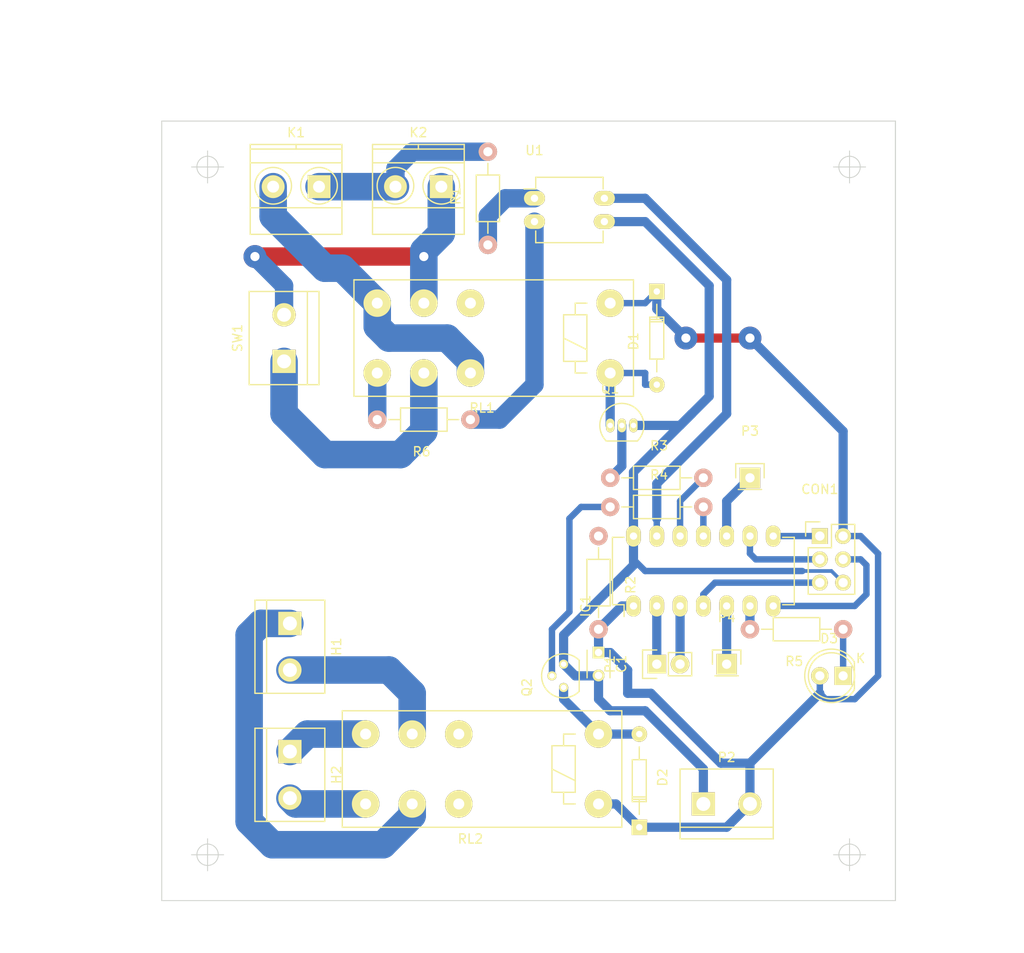
<source format=kicad_pcb>
(kicad_pcb (version 4) (host pcbnew 4.0.4-stable)

  (general
    (links 49)
    (no_connects 1)
    (area 39.949999 49.949999 120.050001 135.050001)
    (thickness 1.6)
    (drawings 13)
    (tracks 149)
    (zones 0)
    (modules 26)
    (nets 31)
  )

  (page A4)
  (layers
    (0 F.Cu signal)
    (31 B.Cu signal)
    (32 B.Adhes user)
    (33 F.Adhes user)
    (34 B.Paste user)
    (35 F.Paste user)
    (36 B.SilkS user)
    (37 F.SilkS user)
    (38 B.Mask user)
    (39 F.Mask user)
    (40 Dwgs.User user)
    (41 Cmts.User user)
    (42 Eco1.User user)
    (43 Eco2.User user)
    (44 Edge.Cuts user)
    (45 Margin user)
    (46 B.CrtYd user)
    (47 F.CrtYd user)
    (48 B.Fab user)
    (49 F.Fab user)
  )

  (setup
    (last_trace_width 2)
    (user_trace_width 0.4)
    (user_trace_width 0.7)
    (user_trace_width 1)
    (user_trace_width 2)
    (user_trace_width 3)
    (user_trace_width 4)
    (trace_clearance 0.2)
    (zone_clearance 0.508)
    (zone_45_only no)
    (trace_min 0.2)
    (segment_width 0.2)
    (edge_width 0.1)
    (via_size 0.6)
    (via_drill 0.4)
    (via_min_size 0.4)
    (via_min_drill 0.3)
    (user_via 1.5 0.8)
    (user_via 2.5 1)
    (uvia_size 0.3)
    (uvia_drill 0.1)
    (uvias_allowed no)
    (uvia_min_size 0.2)
    (uvia_min_drill 0.1)
    (pcb_text_width 0.3)
    (pcb_text_size 1.5 1.5)
    (mod_edge_width 0.15)
    (mod_text_size 1 1)
    (mod_text_width 0.15)
    (pad_size 1.5 1.5)
    (pad_drill 0.6)
    (pad_to_mask_clearance 0)
    (aux_axis_origin 0 0)
    (visible_elements FFFFFF7F)
    (pcbplotparams
      (layerselection 0x00030_80000001)
      (usegerberextensions false)
      (excludeedgelayer true)
      (linewidth 0.100000)
      (plotframeref false)
      (viasonmask false)
      (mode 1)
      (useauxorigin false)
      (hpglpennumber 1)
      (hpglpenspeed 20)
      (hpglpendiameter 15)
      (hpglpenoverlay 2)
      (psnegative false)
      (psa4output false)
      (plotreference true)
      (plotvalue true)
      (plotinvisibletext false)
      (padsonsilk false)
      (subtractmaskfromsilk false)
      (outputformat 1)
      (mirror false)
      (drillshape 1)
      (scaleselection 1)
      (outputdirectory ""))
  )

  (net 0 "")
  (net 1 +5V)
  (net 2 GND)
  (net 3 "Net-(CON1-Pad1)")
  (net 4 "Net-(CON1-Pad3)")
  (net 5 "Net-(CON1-Pad4)")
  (net 6 "Net-(CON1-Pad5)")
  (net 7 "Net-(D1-Pad2)")
  (net 8 "Net-(D2-Pad2)")
  (net 9 "Net-(D3-Pad1)")
  (net 10 "Net-(IC1-Pad2)")
  (net 11 "Net-(IC1-Pad3)")
  (net 12 "Net-(IC1-Pad5)")
  (net 13 "Net-(IC1-Pad6)")
  (net 14 "Net-(IC1-Pad10)")
  (net 15 "Net-(IC1-Pad11)")
  (net 16 "Net-(IC1-Pad12)")
  (net 17 "Net-(IC1-Pad13)")
  (net 18 "Net-(Q1-Pad2)")
  (net 19 "Net-(Q2-Pad2)")
  (net 20 "Net-(R1-Pad1)")
  (net 21 "Net-(RL1-Pad11)")
  (net 22 "Net-(K1-Pad1)")
  (net 23 "Net-(K1-Pad2)")
  (net 24 "Net-(H1-Pad1)")
  (net 25 "Net-(H1-Pad2)")
  (net 26 "Net-(H2-Pad1)")
  (net 27 "Net-(H2-Pad2)")
  (net 28 "Net-(K2-Pad1)")
  (net 29 "Net-(R6-Pad1)")
  (net 30 "Net-(R6-Pad2)")

  (net_class Default "Dies ist die voreingestellte Netzklasse."
    (clearance 0.2)
    (trace_width 0.25)
    (via_dia 0.6)
    (via_drill 0.4)
    (uvia_dia 0.3)
    (uvia_drill 0.1)
    (add_net +5V)
    (add_net GND)
    (add_net "Net-(CON1-Pad1)")
    (add_net "Net-(CON1-Pad3)")
    (add_net "Net-(CON1-Pad4)")
    (add_net "Net-(CON1-Pad5)")
    (add_net "Net-(D1-Pad2)")
    (add_net "Net-(D2-Pad2)")
    (add_net "Net-(D3-Pad1)")
    (add_net "Net-(H1-Pad1)")
    (add_net "Net-(H1-Pad2)")
    (add_net "Net-(H2-Pad1)")
    (add_net "Net-(H2-Pad2)")
    (add_net "Net-(IC1-Pad10)")
    (add_net "Net-(IC1-Pad11)")
    (add_net "Net-(IC1-Pad12)")
    (add_net "Net-(IC1-Pad13)")
    (add_net "Net-(IC1-Pad2)")
    (add_net "Net-(IC1-Pad3)")
    (add_net "Net-(IC1-Pad5)")
    (add_net "Net-(IC1-Pad6)")
    (add_net "Net-(K1-Pad1)")
    (add_net "Net-(K1-Pad2)")
    (add_net "Net-(K2-Pad1)")
    (add_net "Net-(Q1-Pad2)")
    (add_net "Net-(Q2-Pad2)")
    (add_net "Net-(R1-Pad1)")
    (add_net "Net-(R6-Pad1)")
    (add_net "Net-(R6-Pad2)")
    (add_net "Net-(RL1-Pad11)")
  )

  (module TO_SOT_Packages_THT:TO-92_Molded_Narrow (layer F.Cu) (tedit 54F242E1) (tstamp 57DEE175)
    (at 83.82 111.76 90)
    (descr "TO-92 leads molded, narrow, drill 0.6mm (see NXP sot054_po.pdf)")
    (tags "to-92 sc-43 sc-43a sot54 PA33 transistor")
    (path /57CC52BA)
    (fp_text reference Q2 (at 0 -4 90) (layer F.SilkS)
      (effects (font (size 1 1) (thickness 0.15)))
    )
    (fp_text value BC548 (at 0 3 90) (layer F.Fab)
      (effects (font (size 1 1) (thickness 0.15)))
    )
    (fp_line (start -1.4 1.95) (end -1.4 -2.65) (layer F.CrtYd) (width 0.05))
    (fp_line (start -1.4 1.95) (end 3.9 1.95) (layer F.CrtYd) (width 0.05))
    (fp_line (start -0.43 1.7) (end 2.97 1.7) (layer F.SilkS) (width 0.15))
    (fp_arc (start 1.27 0) (end 1.27 -2.4) (angle -135) (layer F.SilkS) (width 0.15))
    (fp_arc (start 1.27 0) (end 1.27 -2.4) (angle 135) (layer F.SilkS) (width 0.15))
    (fp_line (start -1.4 -2.65) (end 3.9 -2.65) (layer F.CrtYd) (width 0.05))
    (fp_line (start 3.9 1.95) (end 3.9 -2.65) (layer F.CrtYd) (width 0.05))
    (pad 2 thru_hole circle (at 1.27 -1.27 180) (size 1.00076 1.00076) (drill 0.6) (layers *.Cu *.Mask F.SilkS)
      (net 19 "Net-(Q2-Pad2)"))
    (pad 3 thru_hole circle (at 2.54 0 180) (size 1.00076 1.00076) (drill 0.6) (layers *.Cu *.Mask F.SilkS)
      (net 2 GND))
    (pad 1 thru_hole circle (at 0 0 180) (size 1.00076 1.00076) (drill 0.6) (layers *.Cu *.Mask F.SilkS)
      (net 8 "Net-(D2-Pad2)"))
    (model TO_SOT_Packages_THT.3dshapes/TO-92_Molded_Narrow.wrl
      (at (xyz 0.05 0 0))
      (scale (xyz 1 1 1))
      (rotate (xyz 0 0 -90))
    )
  )

  (module Resistors_ThroughHole:Resistor_Horizontal_RM10mm (layer F.Cu) (tedit 56648415) (tstamp 57DEE17B)
    (at 75.565 63.5 90)
    (descr "Resistor, Axial,  RM 10mm, 1/3W")
    (tags "Resistor Axial RM 10mm 1/3W")
    (path /57CC12B6)
    (fp_text reference R1 (at 5.32892 -3.50012 90) (layer F.SilkS)
      (effects (font (size 1 1) (thickness 0.15)))
    )
    (fp_text value 47k (at 5.08 3.81 90) (layer F.Fab)
      (effects (font (size 1 1) (thickness 0.15)))
    )
    (fp_line (start -1.25 -1.5) (end 11.4 -1.5) (layer F.CrtYd) (width 0.05))
    (fp_line (start -1.25 1.5) (end -1.25 -1.5) (layer F.CrtYd) (width 0.05))
    (fp_line (start 11.4 -1.5) (end 11.4 1.5) (layer F.CrtYd) (width 0.05))
    (fp_line (start -1.25 1.5) (end 11.4 1.5) (layer F.CrtYd) (width 0.05))
    (fp_line (start 2.54 -1.27) (end 7.62 -1.27) (layer F.SilkS) (width 0.15))
    (fp_line (start 7.62 -1.27) (end 7.62 1.27) (layer F.SilkS) (width 0.15))
    (fp_line (start 7.62 1.27) (end 2.54 1.27) (layer F.SilkS) (width 0.15))
    (fp_line (start 2.54 1.27) (end 2.54 -1.27) (layer F.SilkS) (width 0.15))
    (fp_line (start 2.54 0) (end 1.27 0) (layer F.SilkS) (width 0.15))
    (fp_line (start 7.62 0) (end 8.89 0) (layer F.SilkS) (width 0.15))
    (pad 1 thru_hole circle (at 0 0 90) (size 1.99898 1.99898) (drill 1.00076) (layers *.Cu *.SilkS *.Mask)
      (net 20 "Net-(R1-Pad1)"))
    (pad 2 thru_hole circle (at 10.16 0 90) (size 1.99898 1.99898) (drill 1.00076) (layers *.Cu *.SilkS *.Mask)
      (net 22 "Net-(K1-Pad1)"))
    (model Resistors_ThroughHole.3dshapes/Resistor_Horizontal_RM10mm.wrl
      (at (xyz 0.2 0 0))
      (scale (xyz 0.4 0.4 0.4))
      (rotate (xyz 0 0 0))
    )
  )

  (module Terminal_Blocks:TerminalBlock_Pheonix_MKDS1.5-2pol (layer F.Cu) (tedit 563007E4) (tstamp 57DEE2B6)
    (at 70.485 57.15 180)
    (descr "2-way 5mm pitch terminal block, Phoenix MKDS series")
    (path /57DEECFF)
    (fp_text reference K2 (at 2.5 5.9 180) (layer F.SilkS)
      (effects (font (size 1 1) (thickness 0.15)))
    )
    (fp_text value WALLSOCKET_NOEARTH_220V (at 2.5 -6.6 180) (layer F.Fab)
      (effects (font (size 1 1) (thickness 0.15)))
    )
    (fp_line (start -2.7 -5.4) (end 7.7 -5.4) (layer F.CrtYd) (width 0.05))
    (fp_line (start -2.7 4.8) (end -2.7 -5.4) (layer F.CrtYd) (width 0.05))
    (fp_line (start 7.7 4.8) (end -2.7 4.8) (layer F.CrtYd) (width 0.05))
    (fp_line (start 7.7 -5.4) (end 7.7 4.8) (layer F.CrtYd) (width 0.05))
    (fp_line (start 2.5 4.1) (end 2.5 4.6) (layer F.SilkS) (width 0.15))
    (fp_circle (center 5 0.1) (end 3 0.1) (layer F.SilkS) (width 0.15))
    (fp_circle (center 0 0.1) (end 2 0.1) (layer F.SilkS) (width 0.15))
    (fp_line (start -2.5 2.6) (end 7.5 2.6) (layer F.SilkS) (width 0.15))
    (fp_line (start -2.5 -2.3) (end 7.5 -2.3) (layer F.SilkS) (width 0.15))
    (fp_line (start -2.5 4.1) (end 7.5 4.1) (layer F.SilkS) (width 0.15))
    (fp_line (start -2.5 4.6) (end 7.5 4.6) (layer F.SilkS) (width 0.15))
    (fp_line (start 7.5 4.6) (end 7.5 -5.2) (layer F.SilkS) (width 0.15))
    (fp_line (start 7.5 -5.2) (end -2.5 -5.2) (layer F.SilkS) (width 0.15))
    (fp_line (start -2.5 -5.2) (end -2.5 4.6) (layer F.SilkS) (width 0.15))
    (pad 1 thru_hole rect (at 0 0 180) (size 2.5 2.5) (drill 1.3) (layers *.Cu *.Mask F.SilkS)
      (net 28 "Net-(K2-Pad1)"))
    (pad 2 thru_hole circle (at 5 0 180) (size 2.5 2.5) (drill 1.3) (layers *.Cu *.Mask F.SilkS)
      (net 22 "Net-(K1-Pad1)"))
    (model Terminal_Blocks.3dshapes/TerminalBlock_Pheonix_MKDS1.5-2pol.wrl
      (at (xyz 0.0984 0 0))
      (scale (xyz 1 1 1))
      (rotate (xyz 0 0 0))
    )
  )

  (module Capacitors_ThroughHole:C_Disc_D3_P2.5 (layer F.Cu) (tedit 0) (tstamp 57DEE127)
    (at 87.63 107.95 270)
    (descr "Capacitor 3mm Disc, Pitch 2.5mm")
    (tags Capacitor)
    (path /57CC0AE9)
    (fp_text reference C1 (at 1.25 -2.5 270) (layer F.SilkS)
      (effects (font (size 1 1) (thickness 0.15)))
    )
    (fp_text value 100nF (at 1.25 2.5 270) (layer F.Fab)
      (effects (font (size 1 1) (thickness 0.15)))
    )
    (fp_line (start -0.9 -1.5) (end 3.4 -1.5) (layer F.CrtYd) (width 0.05))
    (fp_line (start 3.4 -1.5) (end 3.4 1.5) (layer F.CrtYd) (width 0.05))
    (fp_line (start 3.4 1.5) (end -0.9 1.5) (layer F.CrtYd) (width 0.05))
    (fp_line (start -0.9 1.5) (end -0.9 -1.5) (layer F.CrtYd) (width 0.05))
    (fp_line (start -0.25 -1.25) (end 2.75 -1.25) (layer F.SilkS) (width 0.15))
    (fp_line (start 2.75 1.25) (end -0.25 1.25) (layer F.SilkS) (width 0.15))
    (pad 1 thru_hole rect (at 0 0 270) (size 1.3 1.3) (drill 0.8) (layers *.Cu *.Mask F.SilkS)
      (net 1 +5V))
    (pad 2 thru_hole circle (at 2.5 0 270) (size 1.3 1.3) (drill 0.8001) (layers *.Cu *.Mask F.SilkS)
      (net 2 GND))
    (model Capacitors_ThroughHole.3dshapes/C_Disc_D3_P2.5.wrl
      (at (xyz 0.0492126 0 0))
      (scale (xyz 1 1 1))
      (rotate (xyz 0 0 0))
    )
  )

  (module Pin_Headers:Pin_Header_Straight_2x03 (layer F.Cu) (tedit 54EA0A4B) (tstamp 57DEE131)
    (at 111.76 95.25)
    (descr "Through hole pin header")
    (tags "pin header")
    (path /57D57B05)
    (fp_text reference CON1 (at 0 -5.1) (layer F.SilkS)
      (effects (font (size 1 1) (thickness 0.15)))
    )
    (fp_text value AVR-ISP-6 (at 0 -3.1) (layer F.Fab)
      (effects (font (size 1 1) (thickness 0.15)))
    )
    (fp_line (start -1.27 1.27) (end -1.27 6.35) (layer F.SilkS) (width 0.15))
    (fp_line (start -1.55 -1.55) (end 0 -1.55) (layer F.SilkS) (width 0.15))
    (fp_line (start -1.75 -1.75) (end -1.75 6.85) (layer F.CrtYd) (width 0.05))
    (fp_line (start 4.3 -1.75) (end 4.3 6.85) (layer F.CrtYd) (width 0.05))
    (fp_line (start -1.75 -1.75) (end 4.3 -1.75) (layer F.CrtYd) (width 0.05))
    (fp_line (start -1.75 6.85) (end 4.3 6.85) (layer F.CrtYd) (width 0.05))
    (fp_line (start 1.27 -1.27) (end 1.27 1.27) (layer F.SilkS) (width 0.15))
    (fp_line (start 1.27 1.27) (end -1.27 1.27) (layer F.SilkS) (width 0.15))
    (fp_line (start -1.27 6.35) (end 3.81 6.35) (layer F.SilkS) (width 0.15))
    (fp_line (start 3.81 6.35) (end 3.81 1.27) (layer F.SilkS) (width 0.15))
    (fp_line (start -1.55 -1.55) (end -1.55 0) (layer F.SilkS) (width 0.15))
    (fp_line (start 3.81 -1.27) (end 1.27 -1.27) (layer F.SilkS) (width 0.15))
    (fp_line (start 3.81 1.27) (end 3.81 -1.27) (layer F.SilkS) (width 0.15))
    (pad 1 thru_hole rect (at 0 0) (size 1.7272 1.7272) (drill 1.016) (layers *.Cu *.Mask F.SilkS)
      (net 3 "Net-(CON1-Pad1)"))
    (pad 2 thru_hole oval (at 2.54 0) (size 1.7272 1.7272) (drill 1.016) (layers *.Cu *.Mask F.SilkS)
      (net 1 +5V))
    (pad 3 thru_hole oval (at 0 2.54) (size 1.7272 1.7272) (drill 1.016) (layers *.Cu *.Mask F.SilkS)
      (net 4 "Net-(CON1-Pad3)"))
    (pad 4 thru_hole oval (at 2.54 2.54) (size 1.7272 1.7272) (drill 1.016) (layers *.Cu *.Mask F.SilkS)
      (net 5 "Net-(CON1-Pad4)"))
    (pad 5 thru_hole oval (at 0 5.08) (size 1.7272 1.7272) (drill 1.016) (layers *.Cu *.Mask F.SilkS)
      (net 6 "Net-(CON1-Pad5)"))
    (pad 6 thru_hole oval (at 2.54 5.08) (size 1.7272 1.7272) (drill 1.016) (layers *.Cu *.Mask F.SilkS)
      (net 2 GND))
    (model Pin_Headers.3dshapes/Pin_Header_Straight_2x03.wrl
      (at (xyz 0.05 -0.1 0))
      (scale (xyz 1 1 1))
      (rotate (xyz 0 0 90))
    )
  )

  (module Diodes_ThroughHole:Diode_DO-35_SOD27_Horizontal_RM10 (layer F.Cu) (tedit 552FFC30) (tstamp 57DEE137)
    (at 93.98 68.58 270)
    (descr "Diode, DO-35,  SOD27, Horizontal, RM 10mm")
    (tags "Diode, DO-35, SOD27, Horizontal, RM 10mm, 1N4148,")
    (path /57DECD80)
    (fp_text reference D1 (at 5.43052 2.53746 270) (layer F.SilkS)
      (effects (font (size 1 1) (thickness 0.15)))
    )
    (fp_text value D (at 4.41452 -3.55854 270) (layer F.Fab)
      (effects (font (size 1 1) (thickness 0.15)))
    )
    (fp_line (start 7.36652 -0.00254) (end 8.76352 -0.00254) (layer F.SilkS) (width 0.15))
    (fp_line (start 2.92152 -0.00254) (end 1.39752 -0.00254) (layer F.SilkS) (width 0.15))
    (fp_line (start 3.30252 -0.76454) (end 3.30252 0.75946) (layer F.SilkS) (width 0.15))
    (fp_line (start 3.04852 -0.76454) (end 3.04852 0.75946) (layer F.SilkS) (width 0.15))
    (fp_line (start 2.79452 -0.00254) (end 2.79452 0.75946) (layer F.SilkS) (width 0.15))
    (fp_line (start 2.79452 0.75946) (end 7.36652 0.75946) (layer F.SilkS) (width 0.15))
    (fp_line (start 7.36652 0.75946) (end 7.36652 -0.76454) (layer F.SilkS) (width 0.15))
    (fp_line (start 7.36652 -0.76454) (end 2.79452 -0.76454) (layer F.SilkS) (width 0.15))
    (fp_line (start 2.79452 -0.76454) (end 2.79452 -0.00254) (layer F.SilkS) (width 0.15))
    (pad 2 thru_hole circle (at 10.16052 -0.00254 90) (size 1.69926 1.69926) (drill 0.70104) (layers *.Cu *.Mask F.SilkS)
      (net 7 "Net-(D1-Pad2)"))
    (pad 1 thru_hole rect (at 0.00052 -0.00254 90) (size 1.69926 1.69926) (drill 0.70104) (layers *.Cu *.Mask F.SilkS)
      (net 1 +5V))
    (model Diodes_ThroughHole.3dshapes/Diode_DO-35_SOD27_Horizontal_RM10.wrl
      (at (xyz 0.2 0 0))
      (scale (xyz 0.4 0.4 0.4))
      (rotate (xyz 0 0 180))
    )
  )

  (module Diodes_ThroughHole:Diode_DO-35_SOD27_Horizontal_RM10 (layer F.Cu) (tedit 552FFC30) (tstamp 57DEE13D)
    (at 92.075 127 90)
    (descr "Diode, DO-35,  SOD27, Horizontal, RM 10mm")
    (tags "Diode, DO-35, SOD27, Horizontal, RM 10mm, 1N4148,")
    (path /57DED00A)
    (fp_text reference D2 (at 5.43052 2.53746 90) (layer F.SilkS)
      (effects (font (size 1 1) (thickness 0.15)))
    )
    (fp_text value D (at 4.41452 -3.55854 90) (layer F.Fab)
      (effects (font (size 1 1) (thickness 0.15)))
    )
    (fp_line (start 7.36652 -0.00254) (end 8.76352 -0.00254) (layer F.SilkS) (width 0.15))
    (fp_line (start 2.92152 -0.00254) (end 1.39752 -0.00254) (layer F.SilkS) (width 0.15))
    (fp_line (start 3.30252 -0.76454) (end 3.30252 0.75946) (layer F.SilkS) (width 0.15))
    (fp_line (start 3.04852 -0.76454) (end 3.04852 0.75946) (layer F.SilkS) (width 0.15))
    (fp_line (start 2.79452 -0.00254) (end 2.79452 0.75946) (layer F.SilkS) (width 0.15))
    (fp_line (start 2.79452 0.75946) (end 7.36652 0.75946) (layer F.SilkS) (width 0.15))
    (fp_line (start 7.36652 0.75946) (end 7.36652 -0.76454) (layer F.SilkS) (width 0.15))
    (fp_line (start 7.36652 -0.76454) (end 2.79452 -0.76454) (layer F.SilkS) (width 0.15))
    (fp_line (start 2.79452 -0.76454) (end 2.79452 -0.00254) (layer F.SilkS) (width 0.15))
    (pad 2 thru_hole circle (at 10.16052 -0.00254 270) (size 1.69926 1.69926) (drill 0.70104) (layers *.Cu *.Mask F.SilkS)
      (net 8 "Net-(D2-Pad2)"))
    (pad 1 thru_hole rect (at 0.00052 -0.00254 270) (size 1.69926 1.69926) (drill 0.70104) (layers *.Cu *.Mask F.SilkS)
      (net 1 +5V))
    (model Diodes_ThroughHole.3dshapes/Diode_DO-35_SOD27_Horizontal_RM10.wrl
      (at (xyz 0.2 0 0))
      (scale (xyz 0.4 0.4 0.4))
      (rotate (xyz 0 0 180))
    )
  )

  (module LEDs:LED-5MM (layer F.Cu) (tedit 5570F7EA) (tstamp 57DEE143)
    (at 114.3 110.49 180)
    (descr "LED 5mm round vertical")
    (tags "LED 5mm round vertical")
    (path /57CC90EB)
    (fp_text reference D3 (at 1.524 4.064 180) (layer F.SilkS)
      (effects (font (size 1 1) (thickness 0.15)))
    )
    (fp_text value LED (at 1.524 -3.937 180) (layer F.Fab)
      (effects (font (size 1 1) (thickness 0.15)))
    )
    (fp_line (start -1.5 -1.55) (end -1.5 1.55) (layer F.CrtYd) (width 0.05))
    (fp_arc (start 1.3 0) (end -1.5 1.55) (angle -302) (layer F.CrtYd) (width 0.05))
    (fp_arc (start 1.27 0) (end -1.23 -1.5) (angle 297.5) (layer F.SilkS) (width 0.15))
    (fp_line (start -1.23 1.5) (end -1.23 -1.5) (layer F.SilkS) (width 0.15))
    (fp_circle (center 1.27 0) (end 0.97 -2.5) (layer F.SilkS) (width 0.15))
    (fp_text user K (at -1.905 1.905 180) (layer F.SilkS)
      (effects (font (size 1 1) (thickness 0.15)))
    )
    (pad 1 thru_hole rect (at 0 0 270) (size 2 1.9) (drill 1.00076) (layers *.Cu *.Mask F.SilkS)
      (net 9 "Net-(D3-Pad1)"))
    (pad 2 thru_hole circle (at 2.54 0 180) (size 1.9 1.9) (drill 1.00076) (layers *.Cu *.Mask F.SilkS)
      (net 1 +5V))
    (model LEDs.3dshapes/LED-5MM.wrl
      (at (xyz 0.05 0 0))
      (scale (xyz 1 1 1))
      (rotate (xyz 0 0 90))
    )
  )

  (module Housings_DIP:DIP-14_W7.62mm_LongPads (layer F.Cu) (tedit 54130A77) (tstamp 57DEE155)
    (at 91.44 102.87 90)
    (descr "14-lead dip package, row spacing 7.62 mm (300 mils), longer pads")
    (tags "dil dip 2.54 300")
    (path /57CCAB9D)
    (fp_text reference IC1 (at 0 -5.22 90) (layer F.SilkS)
      (effects (font (size 1 1) (thickness 0.15)))
    )
    (fp_text value ATTINY84-P (at 0 -3.72 90) (layer F.Fab)
      (effects (font (size 1 1) (thickness 0.15)))
    )
    (fp_line (start -1.4 -2.45) (end -1.4 17.7) (layer F.CrtYd) (width 0.05))
    (fp_line (start 9 -2.45) (end 9 17.7) (layer F.CrtYd) (width 0.05))
    (fp_line (start -1.4 -2.45) (end 9 -2.45) (layer F.CrtYd) (width 0.05))
    (fp_line (start -1.4 17.7) (end 9 17.7) (layer F.CrtYd) (width 0.05))
    (fp_line (start 0.135 -2.295) (end 0.135 -1.025) (layer F.SilkS) (width 0.15))
    (fp_line (start 7.485 -2.295) (end 7.485 -1.025) (layer F.SilkS) (width 0.15))
    (fp_line (start 7.485 17.535) (end 7.485 16.265) (layer F.SilkS) (width 0.15))
    (fp_line (start 0.135 17.535) (end 0.135 16.265) (layer F.SilkS) (width 0.15))
    (fp_line (start 0.135 -2.295) (end 7.485 -2.295) (layer F.SilkS) (width 0.15))
    (fp_line (start 0.135 17.535) (end 7.485 17.535) (layer F.SilkS) (width 0.15))
    (fp_line (start 0.135 -1.025) (end -1.15 -1.025) (layer F.SilkS) (width 0.15))
    (pad 1 thru_hole oval (at 0 0 90) (size 2.3 1.6) (drill 0.8) (layers *.Cu *.Mask F.SilkS)
      (net 1 +5V))
    (pad 2 thru_hole oval (at 0 2.54 90) (size 2.3 1.6) (drill 0.8) (layers *.Cu *.Mask F.SilkS)
      (net 10 "Net-(IC1-Pad2)"))
    (pad 3 thru_hole oval (at 0 5.08 90) (size 2.3 1.6) (drill 0.8) (layers *.Cu *.Mask F.SilkS)
      (net 11 "Net-(IC1-Pad3)"))
    (pad 4 thru_hole oval (at 0 7.62 90) (size 2.3 1.6) (drill 0.8) (layers *.Cu *.Mask F.SilkS)
      (net 6 "Net-(CON1-Pad5)"))
    (pad 5 thru_hole oval (at 0 10.16 90) (size 2.3 1.6) (drill 0.8) (layers *.Cu *.Mask F.SilkS)
      (net 12 "Net-(IC1-Pad5)"))
    (pad 6 thru_hole oval (at 0 12.7 90) (size 2.3 1.6) (drill 0.8) (layers *.Cu *.Mask F.SilkS)
      (net 13 "Net-(IC1-Pad6)"))
    (pad 7 thru_hole oval (at 0 15.24 90) (size 2.3 1.6) (drill 0.8) (layers *.Cu *.Mask F.SilkS)
      (net 5 "Net-(CON1-Pad4)"))
    (pad 8 thru_hole oval (at 7.62 15.24 90) (size 2.3 1.6) (drill 0.8) (layers *.Cu *.Mask F.SilkS)
      (net 3 "Net-(CON1-Pad1)"))
    (pad 9 thru_hole oval (at 7.62 12.7 90) (size 2.3 1.6) (drill 0.8) (layers *.Cu *.Mask F.SilkS)
      (net 4 "Net-(CON1-Pad3)"))
    (pad 10 thru_hole oval (at 7.62 10.16 90) (size 2.3 1.6) (drill 0.8) (layers *.Cu *.Mask F.SilkS)
      (net 14 "Net-(IC1-Pad10)"))
    (pad 11 thru_hole oval (at 7.62 7.62 90) (size 2.3 1.6) (drill 0.8) (layers *.Cu *.Mask F.SilkS)
      (net 15 "Net-(IC1-Pad11)"))
    (pad 12 thru_hole oval (at 7.62 5.08 90) (size 2.3 1.6) (drill 0.8) (layers *.Cu *.Mask F.SilkS)
      (net 16 "Net-(IC1-Pad12)"))
    (pad 13 thru_hole oval (at 7.62 2.54 90) (size 2.3 1.6) (drill 0.8) (layers *.Cu *.Mask F.SilkS)
      (net 17 "Net-(IC1-Pad13)"))
    (pad 14 thru_hole oval (at 7.62 0 90) (size 2.3 1.6) (drill 0.8) (layers *.Cu *.Mask F.SilkS)
      (net 2 GND))
    (model Housings_DIP.3dshapes/DIP-14_W7.62mm_LongPads.wrl
      (at (xyz 0 0 0))
      (scale (xyz 1 1 1))
      (rotate (xyz 0 0 0))
    )
  )

  (module Pin_Headers:Pin_Header_Straight_1x02 (layer F.Cu) (tedit 54EA090C) (tstamp 57DEE15B)
    (at 93.98 109.22 90)
    (descr "Through hole pin header")
    (tags "pin header")
    (path /57CC5032)
    (fp_text reference P1 (at 0 -5.1 90) (layer F.SilkS)
      (effects (font (size 1 1) (thickness 0.15)))
    )
    (fp_text value CONN_01X02 (at 0 -3.1 90) (layer F.Fab)
      (effects (font (size 1 1) (thickness 0.15)))
    )
    (fp_line (start 1.27 1.27) (end 1.27 3.81) (layer F.SilkS) (width 0.15))
    (fp_line (start 1.55 -1.55) (end 1.55 0) (layer F.SilkS) (width 0.15))
    (fp_line (start -1.75 -1.75) (end -1.75 4.3) (layer F.CrtYd) (width 0.05))
    (fp_line (start 1.75 -1.75) (end 1.75 4.3) (layer F.CrtYd) (width 0.05))
    (fp_line (start -1.75 -1.75) (end 1.75 -1.75) (layer F.CrtYd) (width 0.05))
    (fp_line (start -1.75 4.3) (end 1.75 4.3) (layer F.CrtYd) (width 0.05))
    (fp_line (start 1.27 1.27) (end -1.27 1.27) (layer F.SilkS) (width 0.15))
    (fp_line (start -1.55 0) (end -1.55 -1.55) (layer F.SilkS) (width 0.15))
    (fp_line (start -1.55 -1.55) (end 1.55 -1.55) (layer F.SilkS) (width 0.15))
    (fp_line (start -1.27 1.27) (end -1.27 3.81) (layer F.SilkS) (width 0.15))
    (fp_line (start -1.27 3.81) (end 1.27 3.81) (layer F.SilkS) (width 0.15))
    (pad 1 thru_hole rect (at 0 0 90) (size 2.032 2.032) (drill 1.016) (layers *.Cu *.Mask F.SilkS)
      (net 10 "Net-(IC1-Pad2)"))
    (pad 2 thru_hole oval (at 0 2.54 90) (size 2.032 2.032) (drill 1.016) (layers *.Cu *.Mask F.SilkS)
      (net 11 "Net-(IC1-Pad3)"))
    (model Pin_Headers.3dshapes/Pin_Header_Straight_1x02.wrl
      (at (xyz 0 -0.05 0))
      (scale (xyz 1 1 1))
      (rotate (xyz 0 0 90))
    )
  )

  (module Connect:bornier2 (layer F.Cu) (tedit 0) (tstamp 57DEE161)
    (at 101.6 124.46)
    (descr "Bornier d'alimentation 2 pins")
    (tags DEV)
    (path /57CC042E)
    (fp_text reference P2 (at 0 -5.08) (layer F.SilkS)
      (effects (font (size 1 1) (thickness 0.15)))
    )
    (fp_text value 5V= (at 0 5.08) (layer F.Fab)
      (effects (font (size 1 1) (thickness 0.15)))
    )
    (fp_line (start 5.08 2.54) (end -5.08 2.54) (layer F.SilkS) (width 0.15))
    (fp_line (start 5.08 3.81) (end 5.08 -3.81) (layer F.SilkS) (width 0.15))
    (fp_line (start 5.08 -3.81) (end -5.08 -3.81) (layer F.SilkS) (width 0.15))
    (fp_line (start -5.08 -3.81) (end -5.08 3.81) (layer F.SilkS) (width 0.15))
    (fp_line (start -5.08 3.81) (end 5.08 3.81) (layer F.SilkS) (width 0.15))
    (pad 1 thru_hole rect (at -2.54 0) (size 2.54 2.54) (drill 1.524) (layers *.Cu *.Mask F.SilkS)
      (net 2 GND))
    (pad 2 thru_hole circle (at 2.54 0) (size 2.54 2.54) (drill 1.524) (layers *.Cu *.Mask F.SilkS)
      (net 1 +5V))
    (model Connect.3dshapes/bornier2.wrl
      (at (xyz 0 0 0))
      (scale (xyz 1 1 1))
      (rotate (xyz 0 0 0))
    )
  )

  (module Resistors_ThroughHole:Resistor_Horizontal_RM10mm (layer F.Cu) (tedit 56648415) (tstamp 57DEE181)
    (at 87.63 95.25 270)
    (descr "Resistor, Axial,  RM 10mm, 1/3W")
    (tags "Resistor Axial RM 10mm 1/3W")
    (path /57CC2493)
    (fp_text reference R2 (at 5.32892 -3.50012 270) (layer F.SilkS)
      (effects (font (size 1 1) (thickness 0.15)))
    )
    (fp_text value 1k (at 5.08 3.81 270) (layer F.Fab)
      (effects (font (size 1 1) (thickness 0.15)))
    )
    (fp_line (start -1.25 -1.5) (end 11.4 -1.5) (layer F.CrtYd) (width 0.05))
    (fp_line (start -1.25 1.5) (end -1.25 -1.5) (layer F.CrtYd) (width 0.05))
    (fp_line (start 11.4 -1.5) (end 11.4 1.5) (layer F.CrtYd) (width 0.05))
    (fp_line (start -1.25 1.5) (end 11.4 1.5) (layer F.CrtYd) (width 0.05))
    (fp_line (start 2.54 -1.27) (end 7.62 -1.27) (layer F.SilkS) (width 0.15))
    (fp_line (start 7.62 -1.27) (end 7.62 1.27) (layer F.SilkS) (width 0.15))
    (fp_line (start 7.62 1.27) (end 2.54 1.27) (layer F.SilkS) (width 0.15))
    (fp_line (start 2.54 1.27) (end 2.54 -1.27) (layer F.SilkS) (width 0.15))
    (fp_line (start 2.54 0) (end 1.27 0) (layer F.SilkS) (width 0.15))
    (fp_line (start 7.62 0) (end 8.89 0) (layer F.SilkS) (width 0.15))
    (pad 1 thru_hole circle (at 0 0 270) (size 1.99898 1.99898) (drill 1.00076) (layers *.Cu *.SilkS *.Mask)
      (net 17 "Net-(IC1-Pad13)"))
    (pad 2 thru_hole circle (at 10.16 0 270) (size 1.99898 1.99898) (drill 1.00076) (layers *.Cu *.SilkS *.Mask)
      (net 1 +5V))
    (model Resistors_ThroughHole.3dshapes/Resistor_Horizontal_RM10mm.wrl
      (at (xyz 0.2 0 0))
      (scale (xyz 0.4 0.4 0.4))
      (rotate (xyz 0 0 0))
    )
  )

  (module Resistors_ThroughHole:Resistor_Horizontal_RM10mm (layer F.Cu) (tedit 56648415) (tstamp 57DEE187)
    (at 88.9 88.9)
    (descr "Resistor, Axial,  RM 10mm, 1/3W")
    (tags "Resistor Axial RM 10mm 1/3W")
    (path /57CC0EA0)
    (fp_text reference R3 (at 5.32892 -3.50012) (layer F.SilkS)
      (effects (font (size 1 1) (thickness 0.15)))
    )
    (fp_text value 10k (at 5.08 3.81) (layer F.Fab)
      (effects (font (size 1 1) (thickness 0.15)))
    )
    (fp_line (start -1.25 -1.5) (end 11.4 -1.5) (layer F.CrtYd) (width 0.05))
    (fp_line (start -1.25 1.5) (end -1.25 -1.5) (layer F.CrtYd) (width 0.05))
    (fp_line (start 11.4 -1.5) (end 11.4 1.5) (layer F.CrtYd) (width 0.05))
    (fp_line (start -1.25 1.5) (end 11.4 1.5) (layer F.CrtYd) (width 0.05))
    (fp_line (start 2.54 -1.27) (end 7.62 -1.27) (layer F.SilkS) (width 0.15))
    (fp_line (start 7.62 -1.27) (end 7.62 1.27) (layer F.SilkS) (width 0.15))
    (fp_line (start 7.62 1.27) (end 2.54 1.27) (layer F.SilkS) (width 0.15))
    (fp_line (start 2.54 1.27) (end 2.54 -1.27) (layer F.SilkS) (width 0.15))
    (fp_line (start 2.54 0) (end 1.27 0) (layer F.SilkS) (width 0.15))
    (fp_line (start 7.62 0) (end 8.89 0) (layer F.SilkS) (width 0.15))
    (pad 1 thru_hole circle (at 0 0) (size 1.99898 1.99898) (drill 1.00076) (layers *.Cu *.SilkS *.Mask)
      (net 18 "Net-(Q1-Pad2)"))
    (pad 2 thru_hole circle (at 10.16 0) (size 1.99898 1.99898) (drill 1.00076) (layers *.Cu *.SilkS *.Mask)
      (net 16 "Net-(IC1-Pad12)"))
    (model Resistors_ThroughHole.3dshapes/Resistor_Horizontal_RM10mm.wrl
      (at (xyz 0.2 0 0))
      (scale (xyz 0.4 0.4 0.4))
      (rotate (xyz 0 0 0))
    )
  )

  (module Resistors_ThroughHole:Resistor_Horizontal_RM10mm (layer F.Cu) (tedit 56648415) (tstamp 57DEE18D)
    (at 88.9 92.075)
    (descr "Resistor, Axial,  RM 10mm, 1/3W")
    (tags "Resistor Axial RM 10mm 1/3W")
    (path /57CC5244)
    (fp_text reference R4 (at 5.32892 -3.50012) (layer F.SilkS)
      (effects (font (size 1 1) (thickness 0.15)))
    )
    (fp_text value 10k (at 5.08 3.81) (layer F.Fab)
      (effects (font (size 1 1) (thickness 0.15)))
    )
    (fp_line (start -1.25 -1.5) (end 11.4 -1.5) (layer F.CrtYd) (width 0.05))
    (fp_line (start -1.25 1.5) (end -1.25 -1.5) (layer F.CrtYd) (width 0.05))
    (fp_line (start 11.4 -1.5) (end 11.4 1.5) (layer F.CrtYd) (width 0.05))
    (fp_line (start -1.25 1.5) (end 11.4 1.5) (layer F.CrtYd) (width 0.05))
    (fp_line (start 2.54 -1.27) (end 7.62 -1.27) (layer F.SilkS) (width 0.15))
    (fp_line (start 7.62 -1.27) (end 7.62 1.27) (layer F.SilkS) (width 0.15))
    (fp_line (start 7.62 1.27) (end 2.54 1.27) (layer F.SilkS) (width 0.15))
    (fp_line (start 2.54 1.27) (end 2.54 -1.27) (layer F.SilkS) (width 0.15))
    (fp_line (start 2.54 0) (end 1.27 0) (layer F.SilkS) (width 0.15))
    (fp_line (start 7.62 0) (end 8.89 0) (layer F.SilkS) (width 0.15))
    (pad 1 thru_hole circle (at 0 0) (size 1.99898 1.99898) (drill 1.00076) (layers *.Cu *.SilkS *.Mask)
      (net 19 "Net-(Q2-Pad2)"))
    (pad 2 thru_hole circle (at 10.16 0) (size 1.99898 1.99898) (drill 1.00076) (layers *.Cu *.SilkS *.Mask)
      (net 15 "Net-(IC1-Pad11)"))
    (model Resistors_ThroughHole.3dshapes/Resistor_Horizontal_RM10mm.wrl
      (at (xyz 0.2 0 0))
      (scale (xyz 0.4 0.4 0.4))
      (rotate (xyz 0 0 0))
    )
  )

  (module Resistors_ThroughHole:Resistor_Horizontal_RM10mm (layer F.Cu) (tedit 56648415) (tstamp 57DEE193)
    (at 114.3 105.41 180)
    (descr "Resistor, Axial,  RM 10mm, 1/3W")
    (tags "Resistor Axial RM 10mm 1/3W")
    (path /57CC92B7)
    (fp_text reference R5 (at 5.32892 -3.50012 180) (layer F.SilkS)
      (effects (font (size 1 1) (thickness 0.15)))
    )
    (fp_text value 220R (at 5.08 3.81 180) (layer F.Fab)
      (effects (font (size 1 1) (thickness 0.15)))
    )
    (fp_line (start -1.25 -1.5) (end 11.4 -1.5) (layer F.CrtYd) (width 0.05))
    (fp_line (start -1.25 1.5) (end -1.25 -1.5) (layer F.CrtYd) (width 0.05))
    (fp_line (start 11.4 -1.5) (end 11.4 1.5) (layer F.CrtYd) (width 0.05))
    (fp_line (start -1.25 1.5) (end 11.4 1.5) (layer F.CrtYd) (width 0.05))
    (fp_line (start 2.54 -1.27) (end 7.62 -1.27) (layer F.SilkS) (width 0.15))
    (fp_line (start 7.62 -1.27) (end 7.62 1.27) (layer F.SilkS) (width 0.15))
    (fp_line (start 7.62 1.27) (end 2.54 1.27) (layer F.SilkS) (width 0.15))
    (fp_line (start 2.54 1.27) (end 2.54 -1.27) (layer F.SilkS) (width 0.15))
    (fp_line (start 2.54 0) (end 1.27 0) (layer F.SilkS) (width 0.15))
    (fp_line (start 7.62 0) (end 8.89 0) (layer F.SilkS) (width 0.15))
    (pad 1 thru_hole circle (at 0 0 180) (size 1.99898 1.99898) (drill 1.00076) (layers *.Cu *.SilkS *.Mask)
      (net 9 "Net-(D3-Pad1)"))
    (pad 2 thru_hole circle (at 10.16 0 180) (size 1.99898 1.99898) (drill 1.00076) (layers *.Cu *.SilkS *.Mask)
      (net 13 "Net-(IC1-Pad6)"))
    (model Resistors_ThroughHole.3dshapes/Resistor_Horizontal_RM10mm.wrl
      (at (xyz 0.2 0 0))
      (scale (xyz 0.4 0.4 0.4))
      (rotate (xyz 0 0 0))
    )
  )

  (module Relays_ThroughHole:Relay_DPDT_Schrack-RT2_RM5mm (layer F.Cu) (tedit 54C873D3) (tstamp 57DEE19F)
    (at 88.9 69.85 180)
    (descr "Relay, DPST, Schrack-RT2, RM5mm,")
    (tags "Relay, DPST,  Schrack-RT1, RM5mm, Reais, 2 x um,")
    (path /57CC5D13)
    (fp_text reference RL1 (at 13.97 -11.43 180) (layer F.SilkS)
      (effects (font (size 1 1) (thickness 0.15)))
    )
    (fp_text value FINDER-40.52 (at 12.7 5.08 180) (layer F.Fab)
      (effects (font (size 1 1) (thickness 0.15)))
    )
    (fp_line (start 2.54 -5.08) (end 5.08 -3.81) (layer F.SilkS) (width 0.15))
    (fp_line (start 3.81 -1.27) (end 3.81 0) (layer F.SilkS) (width 0.15))
    (fp_line (start 3.81 0) (end 2.54 0) (layer F.SilkS) (width 0.15))
    (fp_line (start 2.54 -7.62) (end 3.81 -7.62) (layer F.SilkS) (width 0.15))
    (fp_line (start 3.81 -7.62) (end 3.81 -6.35) (layer F.SilkS) (width 0.15))
    (fp_line (start 3.81 -6.35) (end 5.08 -6.35) (layer F.SilkS) (width 0.15))
    (fp_line (start 5.08 -6.35) (end 5.08 -1.27) (layer F.SilkS) (width 0.15))
    (fp_line (start 5.08 -1.27) (end 2.54 -1.27) (layer F.SilkS) (width 0.15))
    (fp_line (start 2.54 -1.27) (end 2.54 -6.35) (layer F.SilkS) (width 0.15))
    (fp_line (start 2.54 -6.35) (end 3.81 -6.35) (layer F.SilkS) (width 0.15))
    (fp_line (start -2.54 -10.16) (end 27.94 -10.16) (layer F.SilkS) (width 0.15))
    (fp_line (start 27.94 -10.16) (end 27.94 2.54) (layer F.SilkS) (width 0.15))
    (fp_line (start 27.94 2.54) (end -2.54 2.54) (layer F.SilkS) (width 0.15))
    (fp_line (start -2.54 2.54) (end -2.54 -10.16) (layer F.SilkS) (width 0.15))
    (pad A1 thru_hole circle (at 0 -7.62 180) (size 2.99974 2.99974) (drill 1.19888) (layers *.Cu *.Mask F.SilkS)
      (net 7 "Net-(D1-Pad2)"))
    (pad A2 thru_hole circle (at 0 0 180) (size 2.99974 2.99974) (drill 1.19888) (layers *.Cu *.Mask F.SilkS)
      (net 1 +5V))
    (pad 22 thru_hole circle (at 15.24 0 180) (size 2.99974 2.99974) (drill 1.19888) (layers *.Cu *.Mask F.SilkS))
    (pad 21 thru_hole circle (at 20.32 0 180) (size 2.99974 2.99974) (drill 1.19888) (layers *.Cu *.Mask F.SilkS)
      (net 28 "Net-(K2-Pad1)"))
    (pad 24 thru_hole circle (at 25.4 0 180) (size 2.99974 2.99974) (drill 1.19888) (layers *.Cu *.Mask F.SilkS)
      (net 23 "Net-(K1-Pad2)"))
    (pad 12 thru_hole circle (at 15.24 -7.62 180) (size 2.99974 2.99974) (drill 1.19888) (layers *.Cu *.Mask F.SilkS)
      (net 23 "Net-(K1-Pad2)"))
    (pad 11 thru_hole circle (at 20.32 -7.62 180) (size 2.99974 2.99974) (drill 1.19888) (layers *.Cu *.Mask F.SilkS)
      (net 21 "Net-(RL1-Pad11)"))
    (pad 14 thru_hole circle (at 25.4 -7.62 180) (size 2.99974 2.99974) (drill 1.19888) (layers *.Cu *.Mask F.SilkS)
      (net 30 "Net-(R6-Pad2)"))
  )

  (module Relays_ThroughHole:Relay_DPDT_Schrack-RT2_RM5mm (layer F.Cu) (tedit 54C873D3) (tstamp 57DEE1AB)
    (at 87.63 116.84 180)
    (descr "Relay, DPST, Schrack-RT2, RM5mm,")
    (tags "Relay, DPST,  Schrack-RT1, RM5mm, Reais, 2 x um,")
    (path /57D56536)
    (fp_text reference RL2 (at 13.97 -11.43 180) (layer F.SilkS)
      (effects (font (size 1 1) (thickness 0.15)))
    )
    (fp_text value FINDER-40.52 (at 12.7 5.08 180) (layer F.Fab)
      (effects (font (size 1 1) (thickness 0.15)))
    )
    (fp_line (start 2.54 -5.08) (end 5.08 -3.81) (layer F.SilkS) (width 0.15))
    (fp_line (start 3.81 -1.27) (end 3.81 0) (layer F.SilkS) (width 0.15))
    (fp_line (start 3.81 0) (end 2.54 0) (layer F.SilkS) (width 0.15))
    (fp_line (start 2.54 -7.62) (end 3.81 -7.62) (layer F.SilkS) (width 0.15))
    (fp_line (start 3.81 -7.62) (end 3.81 -6.35) (layer F.SilkS) (width 0.15))
    (fp_line (start 3.81 -6.35) (end 5.08 -6.35) (layer F.SilkS) (width 0.15))
    (fp_line (start 5.08 -6.35) (end 5.08 -1.27) (layer F.SilkS) (width 0.15))
    (fp_line (start 5.08 -1.27) (end 2.54 -1.27) (layer F.SilkS) (width 0.15))
    (fp_line (start 2.54 -1.27) (end 2.54 -6.35) (layer F.SilkS) (width 0.15))
    (fp_line (start 2.54 -6.35) (end 3.81 -6.35) (layer F.SilkS) (width 0.15))
    (fp_line (start -2.54 -10.16) (end 27.94 -10.16) (layer F.SilkS) (width 0.15))
    (fp_line (start 27.94 -10.16) (end 27.94 2.54) (layer F.SilkS) (width 0.15))
    (fp_line (start 27.94 2.54) (end -2.54 2.54) (layer F.SilkS) (width 0.15))
    (fp_line (start -2.54 2.54) (end -2.54 -10.16) (layer F.SilkS) (width 0.15))
    (pad A1 thru_hole circle (at 0 -7.62 180) (size 2.99974 2.99974) (drill 1.19888) (layers *.Cu *.Mask F.SilkS)
      (net 1 +5V))
    (pad A2 thru_hole circle (at 0 0 180) (size 2.99974 2.99974) (drill 1.19888) (layers *.Cu *.Mask F.SilkS)
      (net 8 "Net-(D2-Pad2)"))
    (pad 22 thru_hole circle (at 15.24 0 180) (size 2.99974 2.99974) (drill 1.19888) (layers *.Cu *.Mask F.SilkS))
    (pad 21 thru_hole circle (at 20.32 0 180) (size 2.99974 2.99974) (drill 1.19888) (layers *.Cu *.Mask F.SilkS)
      (net 25 "Net-(H1-Pad2)"))
    (pad 24 thru_hole circle (at 25.4 0 180) (size 2.99974 2.99974) (drill 1.19888) (layers *.Cu *.Mask F.SilkS)
      (net 26 "Net-(H2-Pad1)"))
    (pad 12 thru_hole circle (at 15.24 -7.62 180) (size 2.99974 2.99974) (drill 1.19888) (layers *.Cu *.Mask F.SilkS))
    (pad 11 thru_hole circle (at 20.32 -7.62 180) (size 2.99974 2.99974) (drill 1.19888) (layers *.Cu *.Mask F.SilkS)
      (net 24 "Net-(H1-Pad1)"))
    (pad 14 thru_hole circle (at 25.4 -7.62 180) (size 2.99974 2.99974) (drill 1.19888) (layers *.Cu *.Mask F.SilkS)
      (net 27 "Net-(H2-Pad2)"))
  )

  (module Connect:bornier2 (layer F.Cu) (tedit 0) (tstamp 57DEE1B1)
    (at 53.34 73.66 90)
    (descr "Bornier d'alimentation 2 pins")
    (tags DEV)
    (path /57DEE3BF)
    (fp_text reference SW1 (at 0 -5.08 90) (layer F.SilkS)
      (effects (font (size 1 1) (thickness 0.15)))
    )
    (fp_text value SPST (at 0 5.08 90) (layer F.Fab)
      (effects (font (size 1 1) (thickness 0.15)))
    )
    (fp_line (start 5.08 2.54) (end -5.08 2.54) (layer F.SilkS) (width 0.15))
    (fp_line (start 5.08 3.81) (end 5.08 -3.81) (layer F.SilkS) (width 0.15))
    (fp_line (start 5.08 -3.81) (end -5.08 -3.81) (layer F.SilkS) (width 0.15))
    (fp_line (start -5.08 -3.81) (end -5.08 3.81) (layer F.SilkS) (width 0.15))
    (fp_line (start -5.08 3.81) (end 5.08 3.81) (layer F.SilkS) (width 0.15))
    (pad 1 thru_hole rect (at -2.54 0 90) (size 2.54 2.54) (drill 1.524) (layers *.Cu *.Mask F.SilkS)
      (net 21 "Net-(RL1-Pad11)"))
    (pad 2 thru_hole circle (at 2.54 0 90) (size 2.54 2.54) (drill 1.524) (layers *.Cu *.Mask F.SilkS)
      (net 28 "Net-(K2-Pad1)"))
    (model Connect.3dshapes/bornier2.wrl
      (at (xyz 0 0 0))
      (scale (xyz 1 1 1))
      (rotate (xyz 0 0 0))
    )
  )

  (module Housings_DIP:DIP-4_W7.62mm_LongPads (layer F.Cu) (tedit 54130A77) (tstamp 57DEE1B9)
    (at 80.645 58.42)
    (descr "4-lead dip package, row spacing 7.62 mm (300 mils), longer pads")
    (tags "dil dip 2.54 300")
    (path /57DED362)
    (fp_text reference U1 (at 0 -5.22) (layer F.SilkS)
      (effects (font (size 1 1) (thickness 0.15)))
    )
    (fp_text value LTV-814 (at 0 -3.72) (layer F.Fab)
      (effects (font (size 1 1) (thickness 0.15)))
    )
    (fp_line (start -1.4 -2.45) (end -1.4 5) (layer F.CrtYd) (width 0.05))
    (fp_line (start 9 -2.45) (end 9 5) (layer F.CrtYd) (width 0.05))
    (fp_line (start -1.4 -2.45) (end 9 -2.45) (layer F.CrtYd) (width 0.05))
    (fp_line (start -1.4 5) (end 9 5) (layer F.CrtYd) (width 0.05))
    (fp_line (start 0.135 -2.295) (end 0.135 -1.025) (layer F.SilkS) (width 0.15))
    (fp_line (start 7.485 -2.295) (end 7.485 -1.025) (layer F.SilkS) (width 0.15))
    (fp_line (start 7.485 4.835) (end 7.485 3.565) (layer F.SilkS) (width 0.15))
    (fp_line (start 0.135 4.835) (end 0.135 3.565) (layer F.SilkS) (width 0.15))
    (fp_line (start 0.135 -2.295) (end 7.485 -2.295) (layer F.SilkS) (width 0.15))
    (fp_line (start 0.135 4.835) (end 7.485 4.835) (layer F.SilkS) (width 0.15))
    (fp_line (start 0.135 -1.025) (end -1.15 -1.025) (layer F.SilkS) (width 0.15))
    (pad 1 thru_hole oval (at 0 0) (size 2.3 1.6) (drill 0.8) (layers *.Cu *.Mask F.SilkS)
      (net 20 "Net-(R1-Pad1)"))
    (pad 2 thru_hole oval (at 0 2.54) (size 2.3 1.6) (drill 0.8) (layers *.Cu *.Mask F.SilkS)
      (net 29 "Net-(R6-Pad1)"))
    (pad 3 thru_hole oval (at 7.62 2.54) (size 2.3 1.6) (drill 0.8) (layers *.Cu *.Mask F.SilkS)
      (net 2 GND))
    (pad 4 thru_hole oval (at 7.62 0) (size 2.3 1.6) (drill 0.8) (layers *.Cu *.Mask F.SilkS)
      (net 17 "Net-(IC1-Pad13)"))
    (model Housings_DIP.3dshapes/DIP-4_W7.62mm_LongPads.wrl
      (at (xyz 0 0 0))
      (scale (xyz 1 1 1))
      (rotate (xyz 0 0 0))
    )
  )

  (module Terminal_Blocks:TerminalBlock_Pheonix_MKDS1.5-2pol (layer F.Cu) (tedit 563007E4) (tstamp 57DEE2B0)
    (at 57.15 57.15 180)
    (descr "2-way 5mm pitch terminal block, Phoenix MKDS series")
    (path /57DEDE39)
    (fp_text reference K1 (at 2.5 5.9 180) (layer F.SilkS)
      (effects (font (size 1 1) (thickness 0.15)))
    )
    (fp_text value WALLPLUG_NOEARTH_220V (at 2.5 -6.6 180) (layer F.Fab)
      (effects (font (size 1 1) (thickness 0.15)))
    )
    (fp_line (start -2.7 -5.4) (end 7.7 -5.4) (layer F.CrtYd) (width 0.05))
    (fp_line (start -2.7 4.8) (end -2.7 -5.4) (layer F.CrtYd) (width 0.05))
    (fp_line (start 7.7 4.8) (end -2.7 4.8) (layer F.CrtYd) (width 0.05))
    (fp_line (start 7.7 -5.4) (end 7.7 4.8) (layer F.CrtYd) (width 0.05))
    (fp_line (start 2.5 4.1) (end 2.5 4.6) (layer F.SilkS) (width 0.15))
    (fp_circle (center 5 0.1) (end 3 0.1) (layer F.SilkS) (width 0.15))
    (fp_circle (center 0 0.1) (end 2 0.1) (layer F.SilkS) (width 0.15))
    (fp_line (start -2.5 2.6) (end 7.5 2.6) (layer F.SilkS) (width 0.15))
    (fp_line (start -2.5 -2.3) (end 7.5 -2.3) (layer F.SilkS) (width 0.15))
    (fp_line (start -2.5 4.1) (end 7.5 4.1) (layer F.SilkS) (width 0.15))
    (fp_line (start -2.5 4.6) (end 7.5 4.6) (layer F.SilkS) (width 0.15))
    (fp_line (start 7.5 4.6) (end 7.5 -5.2) (layer F.SilkS) (width 0.15))
    (fp_line (start 7.5 -5.2) (end -2.5 -5.2) (layer F.SilkS) (width 0.15))
    (fp_line (start -2.5 -5.2) (end -2.5 4.6) (layer F.SilkS) (width 0.15))
    (pad 1 thru_hole rect (at 0 0 180) (size 2.5 2.5) (drill 1.3) (layers *.Cu *.Mask F.SilkS)
      (net 22 "Net-(K1-Pad1)"))
    (pad 2 thru_hole circle (at 5 0 180) (size 2.5 2.5) (drill 1.3) (layers *.Cu *.Mask F.SilkS)
      (net 23 "Net-(K1-Pad2)"))
    (model Terminal_Blocks.3dshapes/TerminalBlock_Pheonix_MKDS1.5-2pol.wrl
      (at (xyz 0.0984 0 0))
      (scale (xyz 1 1 1))
      (rotate (xyz 0 0 0))
    )
  )

  (module Connect:bornier2 (layer F.Cu) (tedit 0) (tstamp 57DEE40E)
    (at 53.975 107.315 270)
    (descr "Bornier d'alimentation 2 pins")
    (tags DEV)
    (path /57DEF4F0)
    (fp_text reference H1 (at 0 -5.08 270) (layer F.SilkS)
      (effects (font (size 1 1) (thickness 0.15)))
    )
    (fp_text value screw_terminal_2x01 (at 0 5.08 270) (layer F.Fab)
      (effects (font (size 1 1) (thickness 0.15)))
    )
    (fp_line (start 5.08 2.54) (end -5.08 2.54) (layer F.SilkS) (width 0.15))
    (fp_line (start 5.08 3.81) (end 5.08 -3.81) (layer F.SilkS) (width 0.15))
    (fp_line (start 5.08 -3.81) (end -5.08 -3.81) (layer F.SilkS) (width 0.15))
    (fp_line (start -5.08 -3.81) (end -5.08 3.81) (layer F.SilkS) (width 0.15))
    (fp_line (start -5.08 3.81) (end 5.08 3.81) (layer F.SilkS) (width 0.15))
    (pad 1 thru_hole rect (at -2.54 0 270) (size 2.54 2.54) (drill 1.524) (layers *.Cu *.Mask F.SilkS)
      (net 24 "Net-(H1-Pad1)"))
    (pad 2 thru_hole circle (at 2.54 0 270) (size 2.54 2.54) (drill 1.524) (layers *.Cu *.Mask F.SilkS)
      (net 25 "Net-(H1-Pad2)"))
    (model Connect.3dshapes/bornier2.wrl
      (at (xyz 0 0 0))
      (scale (xyz 1 1 1))
      (rotate (xyz 0 0 0))
    )
  )

  (module Connect:bornier2 (layer F.Cu) (tedit 0) (tstamp 57DEE414)
    (at 53.975 121.285 270)
    (descr "Bornier d'alimentation 2 pins")
    (tags DEV)
    (path /57DEF43E)
    (fp_text reference H2 (at 0 -5.08 270) (layer F.SilkS)
      (effects (font (size 1 1) (thickness 0.15)))
    )
    (fp_text value screw_terminal_2x01 (at 0 5.08 270) (layer F.Fab)
      (effects (font (size 1 1) (thickness 0.15)))
    )
    (fp_line (start 5.08 2.54) (end -5.08 2.54) (layer F.SilkS) (width 0.15))
    (fp_line (start 5.08 3.81) (end 5.08 -3.81) (layer F.SilkS) (width 0.15))
    (fp_line (start 5.08 -3.81) (end -5.08 -3.81) (layer F.SilkS) (width 0.15))
    (fp_line (start -5.08 -3.81) (end -5.08 3.81) (layer F.SilkS) (width 0.15))
    (fp_line (start -5.08 3.81) (end 5.08 3.81) (layer F.SilkS) (width 0.15))
    (pad 1 thru_hole rect (at -2.54 0 270) (size 2.54 2.54) (drill 1.524) (layers *.Cu *.Mask F.SilkS)
      (net 26 "Net-(H2-Pad1)"))
    (pad 2 thru_hole circle (at 2.54 0 270) (size 2.54 2.54) (drill 1.524) (layers *.Cu *.Mask F.SilkS)
      (net 27 "Net-(H2-Pad2)"))
    (model Connect.3dshapes/bornier2.wrl
      (at (xyz 0 0 0))
      (scale (xyz 1 1 1))
      (rotate (xyz 0 0 0))
    )
  )

  (module TO_SOT_Packages_THT:TO-92_Inline_Narrow_Oval (layer F.Cu) (tedit 54F24281) (tstamp 57DEE16E)
    (at 88.9 83.185)
    (descr "TO-92 leads in-line, narrow, oval pads, drill 0.6mm (see NXP sot054_po.pdf)")
    (tags "to-92 sc-43 sc-43a sot54 PA33 transistor")
    (path /57CC0D88)
    (fp_text reference Q1 (at 0 -4) (layer F.SilkS)
      (effects (font (size 1 1) (thickness 0.15)))
    )
    (fp_text value BC548 (at 0 3) (layer F.Fab)
      (effects (font (size 1 1) (thickness 0.15)))
    )
    (fp_line (start -1.4 1.95) (end -1.4 -2.65) (layer F.CrtYd) (width 0.05))
    (fp_line (start -1.4 1.95) (end 3.95 1.95) (layer F.CrtYd) (width 0.05))
    (fp_line (start -0.43 1.7) (end 2.97 1.7) (layer F.SilkS) (width 0.15))
    (fp_arc (start 1.27 0) (end 1.27 -2.4) (angle -135) (layer F.SilkS) (width 0.15))
    (fp_arc (start 1.27 0) (end 1.27 -2.4) (angle 135) (layer F.SilkS) (width 0.15))
    (fp_line (start -1.4 -2.65) (end 3.95 -2.65) (layer F.CrtYd) (width 0.05))
    (fp_line (start 3.95 1.95) (end 3.95 -2.65) (layer F.CrtYd) (width 0.05))
    (pad 2 thru_hole oval (at 1.27 0 180) (size 0.89916 1.50114) (drill 0.6) (layers *.Cu *.Mask F.SilkS)
      (net 18 "Net-(Q1-Pad2)"))
    (pad 3 thru_hole oval (at 2.54 0 180) (size 0.89916 1.50114) (drill 0.6) (layers *.Cu *.Mask F.SilkS)
      (net 2 GND))
    (pad 1 thru_hole oval (at 0 0 180) (size 0.89916 1.50114) (drill 0.6) (layers *.Cu *.Mask F.SilkS)
      (net 7 "Net-(D1-Pad2)"))
    (model TO_SOT_Packages_THT.3dshapes/TO-92_Inline_Narrow_Oval.wrl
      (at (xyz 0.05 0 0))
      (scale (xyz 1 1 1))
      (rotate (xyz 0 0 -90))
    )
  )

  (module Pin_Headers:Pin_Header_Straight_1x01 (layer F.Cu) (tedit 54EA08DC) (tstamp 57DEE9BA)
    (at 104.14 88.9)
    (descr "Through hole pin header")
    (tags "pin header")
    (path /57DEFFB9)
    (fp_text reference P3 (at 0 -5.1) (layer F.SilkS)
      (effects (font (size 1 1) (thickness 0.15)))
    )
    (fp_text value CONN_01X01 (at 0 -3.1) (layer F.Fab)
      (effects (font (size 1 1) (thickness 0.15)))
    )
    (fp_line (start 1.55 -1.55) (end 1.55 0) (layer F.SilkS) (width 0.15))
    (fp_line (start -1.75 -1.75) (end -1.75 1.75) (layer F.CrtYd) (width 0.05))
    (fp_line (start 1.75 -1.75) (end 1.75 1.75) (layer F.CrtYd) (width 0.05))
    (fp_line (start -1.75 -1.75) (end 1.75 -1.75) (layer F.CrtYd) (width 0.05))
    (fp_line (start -1.75 1.75) (end 1.75 1.75) (layer F.CrtYd) (width 0.05))
    (fp_line (start -1.55 0) (end -1.55 -1.55) (layer F.SilkS) (width 0.15))
    (fp_line (start -1.55 -1.55) (end 1.55 -1.55) (layer F.SilkS) (width 0.15))
    (fp_line (start -1.27 1.27) (end 1.27 1.27) (layer F.SilkS) (width 0.15))
    (pad 1 thru_hole rect (at 0 0) (size 2.2352 2.2352) (drill 1.016) (layers *.Cu *.Mask F.SilkS)
      (net 14 "Net-(IC1-Pad10)"))
    (model Pin_Headers.3dshapes/Pin_Header_Straight_1x01.wrl
      (at (xyz 0 0 0))
      (scale (xyz 1 1 1))
      (rotate (xyz 0 0 90))
    )
  )

  (module Pin_Headers:Pin_Header_Straight_1x01 (layer F.Cu) (tedit 54EA08DC) (tstamp 57DEE9BF)
    (at 101.6 109.22)
    (descr "Through hole pin header")
    (tags "pin header")
    (path /57DF003E)
    (fp_text reference P4 (at 0 -5.1) (layer F.SilkS)
      (effects (font (size 1 1) (thickness 0.15)))
    )
    (fp_text value CONN_01X01 (at 0 -3.1) (layer F.Fab)
      (effects (font (size 1 1) (thickness 0.15)))
    )
    (fp_line (start 1.55 -1.55) (end 1.55 0) (layer F.SilkS) (width 0.15))
    (fp_line (start -1.75 -1.75) (end -1.75 1.75) (layer F.CrtYd) (width 0.05))
    (fp_line (start 1.75 -1.75) (end 1.75 1.75) (layer F.CrtYd) (width 0.05))
    (fp_line (start -1.75 -1.75) (end 1.75 -1.75) (layer F.CrtYd) (width 0.05))
    (fp_line (start -1.75 1.75) (end 1.75 1.75) (layer F.CrtYd) (width 0.05))
    (fp_line (start -1.55 0) (end -1.55 -1.55) (layer F.SilkS) (width 0.15))
    (fp_line (start -1.55 -1.55) (end 1.55 -1.55) (layer F.SilkS) (width 0.15))
    (fp_line (start -1.27 1.27) (end 1.27 1.27) (layer F.SilkS) (width 0.15))
    (pad 1 thru_hole rect (at 0 0) (size 2.2352 2.2352) (drill 1.016) (layers *.Cu *.Mask F.SilkS)
      (net 12 "Net-(IC1-Pad5)"))
    (model Pin_Headers.3dshapes/Pin_Header_Straight_1x01.wrl
      (at (xyz 0 0 0))
      (scale (xyz 1 1 1))
      (rotate (xyz 0 0 90))
    )
  )

  (module Resistors_ThroughHole:Resistor_Horizontal_RM10mm (layer F.Cu) (tedit 56648415) (tstamp 57DEEA7C)
    (at 73.66 82.55 180)
    (descr "Resistor, Axial,  RM 10mm, 1/3W")
    (tags "Resistor Axial RM 10mm 1/3W")
    (path /57DF0773)
    (fp_text reference R6 (at 5.32892 -3.50012 180) (layer F.SilkS)
      (effects (font (size 1 1) (thickness 0.15)))
    )
    (fp_text value 47k (at 5.08 3.81 180) (layer F.Fab)
      (effects (font (size 1 1) (thickness 0.15)))
    )
    (fp_line (start -1.25 -1.5) (end 11.4 -1.5) (layer F.CrtYd) (width 0.05))
    (fp_line (start -1.25 1.5) (end -1.25 -1.5) (layer F.CrtYd) (width 0.05))
    (fp_line (start 11.4 -1.5) (end 11.4 1.5) (layer F.CrtYd) (width 0.05))
    (fp_line (start -1.25 1.5) (end 11.4 1.5) (layer F.CrtYd) (width 0.05))
    (fp_line (start 2.54 -1.27) (end 7.62 -1.27) (layer F.SilkS) (width 0.15))
    (fp_line (start 7.62 -1.27) (end 7.62 1.27) (layer F.SilkS) (width 0.15))
    (fp_line (start 7.62 1.27) (end 2.54 1.27) (layer F.SilkS) (width 0.15))
    (fp_line (start 2.54 1.27) (end 2.54 -1.27) (layer F.SilkS) (width 0.15))
    (fp_line (start 2.54 0) (end 1.27 0) (layer F.SilkS) (width 0.15))
    (fp_line (start 7.62 0) (end 8.89 0) (layer F.SilkS) (width 0.15))
    (pad 1 thru_hole circle (at 0 0 180) (size 1.99898 1.99898) (drill 1.00076) (layers *.Cu *.SilkS *.Mask)
      (net 29 "Net-(R6-Pad1)"))
    (pad 2 thru_hole circle (at 10.16 0 180) (size 1.99898 1.99898) (drill 1.00076) (layers *.Cu *.SilkS *.Mask)
      (net 30 "Net-(R6-Pad2)"))
    (model Resistors_ThroughHole.3dshapes/Resistor_Horizontal_RM10mm.wrl
      (at (xyz 0.2 0 0))
      (scale (xyz 0.4 0.4 0.4))
      (rotate (xyz 0 0 0))
    )
  )

  (dimension 75 (width 0.3) (layer Dwgs.User)
    (gr_text "75,000 mm" (at 28.65 92.5 90) (layer Dwgs.User)
      (effects (font (size 1.5 1.5) (thickness 0.3)))
    )
    (feature1 (pts (xy 45 55) (xy 27.3 55)))
    (feature2 (pts (xy 45 130) (xy 27.3 130)))
    (crossbar (pts (xy 30 130) (xy 30 55)))
    (arrow1a (pts (xy 30 55) (xy 30.586421 56.126504)))
    (arrow1b (pts (xy 30 55) (xy 29.413579 56.126504)))
    (arrow2a (pts (xy 30 130) (xy 30.586421 128.873496)))
    (arrow2b (pts (xy 30 130) (xy 29.413579 128.873496)))
  )
  (dimension 70 (width 0.3) (layer Dwgs.User)
    (gr_text "70,000 mm" (at 80 141.35) (layer Dwgs.User)
      (effects (font (size 1.5 1.5) (thickness 0.3)))
    )
    (feature1 (pts (xy 115 130) (xy 115 142.7)))
    (feature2 (pts (xy 45 130) (xy 45 142.7)))
    (crossbar (pts (xy 45 140) (xy 115 140)))
    (arrow1a (pts (xy 115 140) (xy 113.873496 140.586421)))
    (arrow1b (pts (xy 115 140) (xy 113.873496 139.413579)))
    (arrow2a (pts (xy 45 140) (xy 46.126504 140.586421)))
    (arrow2b (pts (xy 45 140) (xy 46.126504 139.413579)))
  )
  (dimension 85 (width 0.3) (layer Dwgs.User)
    (gr_text "85,000 mm" (at 131.35 92.5 270) (layer Dwgs.User)
      (effects (font (size 1.5 1.5) (thickness 0.3)))
    )
    (feature1 (pts (xy 120 135) (xy 132.7 135)))
    (feature2 (pts (xy 120 50) (xy 132.7 50)))
    (crossbar (pts (xy 130 50) (xy 130 135)))
    (arrow1a (pts (xy 130 135) (xy 129.413579 133.873496)))
    (arrow1b (pts (xy 130 135) (xy 130.586421 133.873496)))
    (arrow2a (pts (xy 130 50) (xy 129.413579 51.126504)))
    (arrow2b (pts (xy 130 50) (xy 130.586421 51.126504)))
  )
  (dimension 80 (width 0.3) (layer Dwgs.User)
    (gr_text "80,000 mm" (at 80 38.65) (layer Dwgs.User)
      (effects (font (size 1.5 1.5) (thickness 0.3)))
    )
    (feature1 (pts (xy 120 50) (xy 120 37.3)))
    (feature2 (pts (xy 40 50) (xy 40 37.3)))
    (crossbar (pts (xy 40 40) (xy 120 40)))
    (arrow1a (pts (xy 120 40) (xy 118.873496 40.586421)))
    (arrow1b (pts (xy 120 40) (xy 118.873496 39.413579)))
    (arrow2a (pts (xy 40 40) (xy 41.126504 40.586421)))
    (arrow2b (pts (xy 40 40) (xy 41.126504 39.413579)))
  )
  (target plus (at 115 130) (size 3.5) (width 0.1) (layer Edge.Cuts))
  (target plus (at 45 130) (size 3.5) (width 0.1) (layer Edge.Cuts))
  (target plus (at 45 55) (size 3.5) (width 0.1) (layer Edge.Cuts))
  (target plus (at 115 55) (size 3.5) (width 0.1) (layer Edge.Cuts))
  (gr_line (start 120 135) (end 120 50) (angle 90) (layer Edge.Cuts) (width 0.1))
  (gr_line (start 120 50) (end 40 50) (angle 90) (layer Edge.Cuts) (width 0.1))
  (gr_line (start 120 135) (end 120 50) (angle 90) (layer Edge.Cuts) (width 0.1))
  (gr_line (start 40 135) (end 120 135) (angle 90) (layer Edge.Cuts) (width 0.1))
  (gr_line (start 40 50) (end 40 135) (angle 90) (layer Edge.Cuts) (width 0.1))

  (segment (start 93.98254 68.58052) (end 93.98254 70.48754) (width 1) (layer B.Cu) (net 1))
  (segment (start 114.3 83.82) (end 114.3 95.25) (width 1) (layer B.Cu) (net 1) (tstamp 57DEE984))
  (segment (start 104.14 73.66) (end 114.3 83.82) (width 1) (layer B.Cu) (net 1) (tstamp 57DEE983))
  (via (at 104.14 73.66) (size 2.5) (drill 1) (layers F.Cu B.Cu) (net 1))
  (segment (start 97.155 73.66) (end 104.14 73.66) (width 1) (layer F.Cu) (net 1) (tstamp 57DEE980))
  (via (at 97.155 73.66) (size 2.5) (drill 1) (layers F.Cu B.Cu) (net 1))
  (segment (start 93.98254 70.48754) (end 97.155 73.66) (width 1) (layer B.Cu) (net 1) (tstamp 57DEE97D))
  (segment (start 87.63 107.95) (end 88.9 107.95) (width 1) (layer B.Cu) (net 1))
  (segment (start 100.965 120.015) (end 104.14 120.015) (width 1) (layer B.Cu) (net 1) (tstamp 57DEE93F))
  (segment (start 93.345 112.395) (end 100.965 120.015) (width 1) (layer B.Cu) (net 1) (tstamp 57DEE93E))
  (segment (start 90.805 112.395) (end 93.345 112.395) (width 1) (layer B.Cu) (net 1) (tstamp 57DEE93D))
  (segment (start 90.805 109.855) (end 90.805 112.395) (width 1) (layer B.Cu) (net 1) (tstamp 57DEE93C))
  (segment (start 88.9 107.95) (end 90.805 109.855) (width 1) (layer B.Cu) (net 1) (tstamp 57DEE93B))
  (segment (start 87.63 124.46) (end 89.53298 124.46) (width 1) (layer B.Cu) (net 1))
  (segment (start 89.53298 124.46) (end 92.07298 127) (width 1) (layer B.Cu) (net 1) (tstamp 57DEE92D))
  (segment (start 92.07298 127) (end 101.6 127) (width 1) (layer B.Cu) (net 1) (tstamp 57DEE92E))
  (segment (start 101.6 127) (end 104.14 124.46) (width 1) (layer B.Cu) (net 1) (tstamp 57DEE92F))
  (segment (start 91.44 102.87) (end 90.17 102.87) (width 1) (layer B.Cu) (net 1))
  (segment (start 90.17 102.87) (end 87.63 105.41) (width 1) (layer B.Cu) (net 1) (tstamp 57DEE908))
  (segment (start 87.63 105.41) (end 87.63 107.95) (width 1) (layer B.Cu) (net 1) (tstamp 57DEE909))
  (segment (start 104.14 124.46) (end 104.14 120.015) (width 1) (layer B.Cu) (net 1) (tstamp 57DEE8D2))
  (segment (start 104.14 120.015) (end 111.76 112.395) (width 1) (layer B.Cu) (net 1) (tstamp 57DEE8D3))
  (segment (start 88.9 69.85) (end 92.71306 69.85) (width 0.7) (layer B.Cu) (net 1))
  (segment (start 92.71306 69.85) (end 93.98254 68.58052) (width 0.7) (layer B.Cu) (net 1) (tstamp 57DEE87B))
  (segment (start 114.3 95.25) (end 116.205 95.25) (width 0.7) (layer B.Cu) (net 1))
  (segment (start 112.395 113.03) (end 111.76 112.395) (width 0.7) (layer B.Cu) (net 1) (tstamp 57DEE834))
  (segment (start 115.57 113.03) (end 112.395 113.03) (width 0.7) (layer B.Cu) (net 1) (tstamp 57DEE832))
  (segment (start 118.11 110.49) (end 115.57 113.03) (width 0.7) (layer B.Cu) (net 1) (tstamp 57DEE830))
  (segment (start 118.11 97.155) (end 118.11 110.49) (width 0.7) (layer B.Cu) (net 1) (tstamp 57DEE82E))
  (segment (start 116.205 95.25) (end 118.11 97.155) (width 0.7) (layer B.Cu) (net 1) (tstamp 57DEE82C))
  (segment (start 111.76 112.395) (end 111.76 110.49) (width 0.7) (layer B.Cu) (net 1) (tstamp 57DEE835))
  (segment (start 88.265 60.96) (end 92.71 60.96) (width 1) (layer B.Cu) (net 2))
  (segment (start 99.695 80.01) (end 97.79 81.915) (width 1) (layer B.Cu) (net 2) (tstamp 57DEE97A))
  (segment (start 99.695 67.945) (end 99.695 80.01) (width 1) (layer B.Cu) (net 2) (tstamp 57DEE978))
  (segment (start 92.71 60.96) (end 99.695 67.945) (width 1) (layer B.Cu) (net 2) (tstamp 57DEE976))
  (segment (start 91.44 83.185) (end 96.52 83.185) (width 1) (layer B.Cu) (net 2))
  (segment (start 96.52 83.185) (end 97.79 81.915) (width 1) (layer B.Cu) (net 2) (tstamp 57DEE96B))
  (segment (start 91.44 95.25) (end 91.44 88.265) (width 1) (layer B.Cu) (net 2))
  (segment (start 91.44 88.265) (end 97.79 81.915) (width 1) (layer B.Cu) (net 2) (tstamp 57DEE948))
  (segment (start 83.82 109.22) (end 83.82 106.045) (width 1) (layer B.Cu) (net 2))
  (segment (start 91.44 98.425) (end 91.44 95.25) (width 1) (layer B.Cu) (net 2) (tstamp 57DEE943))
  (segment (start 83.82 106.045) (end 91.44 98.425) (width 1) (layer B.Cu) (net 2) (tstamp 57DEE942))
  (segment (start 99.06 124.46) (end 99.06 120.65) (width 1) (layer B.Cu) (net 2))
  (segment (start 87.63 113.03) (end 87.63 110.45) (width 1) (layer B.Cu) (net 2) (tstamp 57DEE935))
  (segment (start 88.9 114.3) (end 87.63 113.03) (width 1) (layer B.Cu) (net 2) (tstamp 57DEE934))
  (segment (start 92.71 114.3) (end 88.9 114.3) (width 1) (layer B.Cu) (net 2) (tstamp 57DEE933))
  (segment (start 99.06 120.65) (end 92.71 114.3) (width 1) (layer B.Cu) (net 2) (tstamp 57DEE932))
  (segment (start 87.63 110.45) (end 87.59 110.49) (width 1) (layer B.Cu) (net 2) (tstamp 57DEE936))
  (segment (start 87.59 110.49) (end 85.09 110.49) (width 1) (layer B.Cu) (net 2) (tstamp 57DEE937))
  (segment (start 85.09 110.49) (end 83.82 109.22) (width 1) (layer B.Cu) (net 2) (tstamp 57DEE938))
  (segment (start 109.855 99.06) (end 113.03 99.06) (width 0.4) (layer B.Cu) (net 2))
  (segment (start 113.03 99.06) (end 114.3 100.33) (width 0.4) (layer B.Cu) (net 2) (tstamp 57DEE829))
  (segment (start 91.44 95.25) (end 91.44 97.79) (width 0.7) (layer B.Cu) (net 2))
  (segment (start 92.71 99.06) (end 109.855 99.06) (width 0.7) (layer B.Cu) (net 2) (tstamp 57DEE825))
  (segment (start 91.44 97.79) (end 92.71 99.06) (width 0.7) (layer B.Cu) (net 2) (tstamp 57DEE824))
  (segment (start 106.68 95.25) (end 111.76 95.25) (width 0.7) (layer B.Cu) (net 3))
  (segment (start 111.76 97.79) (end 104.775 97.79) (width 0.7) (layer B.Cu) (net 4))
  (segment (start 104.14 97.155) (end 104.14 95.25) (width 0.7) (layer B.Cu) (net 4) (tstamp 57DEE81F))
  (segment (start 104.775 97.79) (end 104.14 97.155) (width 0.7) (layer B.Cu) (net 4) (tstamp 57DEE81E))
  (segment (start 106.68 102.87) (end 115.57 102.87) (width 0.7) (layer B.Cu) (net 5))
  (segment (start 116.205 97.79) (end 114.3 97.79) (width 0.7) (layer B.Cu) (net 5) (tstamp 57DEE808))
  (segment (start 116.84 98.425) (end 116.205 97.79) (width 0.7) (layer B.Cu) (net 5) (tstamp 57DEE807))
  (segment (start 116.84 101.6) (end 116.84 98.425) (width 0.7) (layer B.Cu) (net 5) (tstamp 57DEE806))
  (segment (start 115.57 102.87) (end 116.84 101.6) (width 0.7) (layer B.Cu) (net 5) (tstamp 57DEE805))
  (segment (start 99.06 102.87) (end 99.06 101.6) (width 0.7) (layer B.Cu) (net 6))
  (segment (start 100.33 100.33) (end 111.76 100.33) (width 0.7) (layer B.Cu) (net 6) (tstamp 57DEE81B))
  (segment (start 99.06 101.6) (end 100.33 100.33) (width 0.7) (layer B.Cu) (net 6) (tstamp 57DEE81A))
  (segment (start 88.9 83.185) (end 88.9 77.47) (width 1) (layer B.Cu) (net 7))
  (segment (start 92.71 78.74) (end 93.98202 78.74) (width 0.7) (layer B.Cu) (net 7))
  (segment (start 93.98202 78.74) (end 93.98254 78.74052) (width 0.7) (layer B.Cu) (net 7) (tstamp 57DEE878))
  (segment (start 88.9 77.47) (end 92.71202 77.47) (width 0.7) (layer B.Cu) (net 7))
  (segment (start 92.71 77.47202) (end 92.71 78.74) (width 0.7) (layer B.Cu) (net 7) (tstamp 57DEE873))
  (segment (start 92.71202 77.47) (end 92.71 77.47202) (width 0.7) (layer B.Cu) (net 7) (tstamp 57DEE872))
  (segment (start 87.63 116.84) (end 92.07194 116.84) (width 1) (layer B.Cu) (net 8))
  (segment (start 92.07194 116.84) (end 92.07246 116.83948) (width 1) (layer B.Cu) (net 8) (tstamp 57DEE92A))
  (segment (start 83.82 111.76) (end 83.82 113.03) (width 1) (layer B.Cu) (net 8))
  (segment (start 83.82 113.03) (end 87.63 116.84) (width 1) (layer B.Cu) (net 8) (tstamp 57DEE91A))
  (segment (start 114.3 110.49) (end 114.3 105.41) (width 0.7) (layer B.Cu) (net 9))
  (segment (start 93.98 102.87) (end 93.98 109.22) (width 1) (layer B.Cu) (net 10))
  (segment (start 96.52 109.22) (end 96.52 102.87) (width 1) (layer B.Cu) (net 11))
  (segment (start 101.6 102.87) (end 101.6 109.22) (width 1) (layer B.Cu) (net 12))
  (segment (start 104.14 105.41) (end 104.14 102.87) (width 1) (layer B.Cu) (net 13))
  (segment (start 101.6 95.25) (end 101.6 91.44) (width 1) (layer B.Cu) (net 14))
  (segment (start 101.6 91.44) (end 104.14 88.9) (width 1) (layer B.Cu) (net 14) (tstamp 57DEE9D1))
  (segment (start 99.06 95.25) (end 99.06 92.075) (width 0.7) (layer B.Cu) (net 15))
  (segment (start 96.52 95.25) (end 96.52 91.44) (width 0.7) (layer B.Cu) (net 16))
  (segment (start 96.52 91.44) (end 99.06 88.9) (width 0.7) (layer B.Cu) (net 16) (tstamp 57DEE84A))
  (segment (start 88.265 58.42) (end 92.71 58.42) (width 1) (layer B.Cu) (net 17))
  (segment (start 93.98 89.535) (end 93.98 93.345) (width 1) (layer B.Cu) (net 17) (tstamp 57DEE88B))
  (segment (start 101.6 81.915) (end 93.98 89.535) (width 1) (layer B.Cu) (net 17) (tstamp 57DEE889))
  (segment (start 101.6 67.31) (end 101.6 81.915) (width 1) (layer B.Cu) (net 17) (tstamp 57DEE887))
  (segment (start 92.71 58.42) (end 101.6 67.31) (width 1) (layer B.Cu) (net 17) (tstamp 57DEE885))
  (segment (start 87.63 95.25) (end 88.265 95.25) (width 0.7) (layer B.Cu) (net 17))
  (segment (start 93.98 93.345) (end 93.98 95.25) (width 0.7) (layer B.Cu) (net 17) (tstamp 57DEE851))
  (segment (start 90.17 83.185) (end 90.17 87.63) (width 1) (layer B.Cu) (net 18))
  (segment (start 90.17 87.63) (end 88.9 88.9) (width 1) (layer B.Cu) (net 18) (tstamp 57DEE968))
  (segment (start 82.55 110.49) (end 82.55 105.41) (width 0.7) (layer B.Cu) (net 19))
  (segment (start 85.725 92.075) (end 88.9 92.075) (width 0.7) (layer B.Cu) (net 19) (tstamp 57DEE917))
  (segment (start 84.455 93.345) (end 85.725 92.075) (width 0.7) (layer B.Cu) (net 19) (tstamp 57DEE916))
  (segment (start 84.455 103.505) (end 84.455 93.345) (width 0.7) (layer B.Cu) (net 19) (tstamp 57DEE915))
  (segment (start 82.55 105.41) (end 84.455 103.505) (width 0.7) (layer B.Cu) (net 19) (tstamp 57DEE914))
  (segment (start 75.565 63.5) (end 75.565 60.325) (width 2) (layer B.Cu) (net 20))
  (segment (start 77.47 58.42) (end 80.645 58.42) (width 2) (layer B.Cu) (net 20) (tstamp 57DEEAB4))
  (segment (start 75.565 60.325) (end 77.47 58.42) (width 2) (layer B.Cu) (net 20) (tstamp 57DEEAB3))
  (segment (start 68.58 77.47) (end 68.58 83.82) (width 3) (layer B.Cu) (net 21))
  (segment (start 53.34 81.915) (end 53.34 76.2) (width 3) (layer B.Cu) (net 21) (tstamp 57DEE753))
  (segment (start 57.785 86.36) (end 53.34 81.915) (width 3) (layer B.Cu) (net 21) (tstamp 57DEE752))
  (segment (start 66.04 86.36) (end 57.785 86.36) (width 3) (layer B.Cu) (net 21) (tstamp 57DEE751))
  (segment (start 68.58 83.82) (end 66.04 86.36) (width 3) (layer B.Cu) (net 21) (tstamp 57DEE750))
  (segment (start 65.485 57.15) (end 65.485 55.165) (width 2) (layer B.Cu) (net 22))
  (segment (start 67.31 53.34) (end 75.565 53.34) (width 2) (layer B.Cu) (net 22) (tstamp 57DEEAB0))
  (segment (start 65.485 55.165) (end 67.31 53.34) (width 2) (layer B.Cu) (net 22) (tstamp 57DEEAAF))
  (segment (start 57.15 57.15) (end 65.485 57.15) (width 3) (layer B.Cu) (net 22))
  (segment (start 52.15 57.15) (end 52.15 60.405) (width 3) (layer B.Cu) (net 23))
  (segment (start 59.69 66.04) (end 63.5 69.85) (width 3) (layer B.Cu) (net 23) (tstamp 57DEEA04))
  (segment (start 57.785 66.04) (end 59.69 66.04) (width 3) (layer B.Cu) (net 23) (tstamp 57DEEA03))
  (segment (start 52.15 60.405) (end 57.785 66.04) (width 3) (layer B.Cu) (net 23) (tstamp 57DEEA02))
  (segment (start 73.66 77.47) (end 73.66 76.2) (width 3) (layer B.Cu) (net 23))
  (segment (start 73.66 76.2) (end 71.12 73.66) (width 3) (layer B.Cu) (net 23) (tstamp 57DEE74A))
  (segment (start 71.12 73.66) (end 64.77 73.66) (width 3) (layer B.Cu) (net 23) (tstamp 57DEE74B))
  (segment (start 64.77 73.66) (end 63.5 72.39) (width 3) (layer B.Cu) (net 23) (tstamp 57DEE74C))
  (segment (start 63.5 72.39) (end 63.5 69.85) (width 3) (layer B.Cu) (net 23) (tstamp 57DEE74D))
  (segment (start 67.31 124.46) (end 67.31 125.73) (width 3) (layer B.Cu) (net 24))
  (segment (start 67.31 125.73) (end 64.135 128.905) (width 3) (layer B.Cu) (net 24) (tstamp 57DEE9DF))
  (segment (start 64.135 128.905) (end 52.07 128.905) (width 3) (layer B.Cu) (net 24) (tstamp 57DEE9E0))
  (segment (start 52.07 128.905) (end 49.53 126.365) (width 3) (layer B.Cu) (net 24) (tstamp 57DEE9E1))
  (segment (start 49.53 126.365) (end 49.53 106.045) (width 3) (layer B.Cu) (net 24) (tstamp 57DEE9E2))
  (segment (start 49.53 106.045) (end 50.8 104.775) (width 3) (layer B.Cu) (net 24) (tstamp 57DEE9E3))
  (segment (start 50.8 104.775) (end 53.975 104.775) (width 3) (layer B.Cu) (net 24) (tstamp 57DEE9E4))
  (segment (start 53.975 109.855) (end 64.77 109.855) (width 3) (layer B.Cu) (net 25))
  (segment (start 67.31 112.395) (end 67.31 116.84) (width 3) (layer B.Cu) (net 25) (tstamp 57DEE9D8))
  (segment (start 64.77 109.855) (end 67.31 112.395) (width 3) (layer B.Cu) (net 25) (tstamp 57DEE9D7))
  (segment (start 62.23 116.84) (end 55.88 116.84) (width 3) (layer B.Cu) (net 26))
  (segment (start 55.88 116.84) (end 53.975 118.745) (width 3) (layer B.Cu) (net 26) (tstamp 57DEE9D4))
  (segment (start 62.23 124.46) (end 54.61 124.46) (width 3) (layer B.Cu) (net 27))
  (segment (start 54.61 124.46) (end 53.975 123.825) (width 3) (layer B.Cu) (net 27) (tstamp 57DEE9DC))
  (segment (start 53.34 71.12) (end 53.34 67.945) (width 2) (layer B.Cu) (net 28))
  (segment (start 68.58 64.77) (end 68.58 64.135) (width 2) (layer B.Cu) (net 28) (tstamp 57DEEAC0))
  (via (at 68.58 64.77) (size 2.5) (drill 1) (layers F.Cu B.Cu) (net 28))
  (segment (start 50.165 64.77) (end 68.58 64.77) (width 2) (layer F.Cu) (net 28) (tstamp 57DEEABD))
  (via (at 50.165 64.77) (size 2.5) (drill 1) (layers F.Cu B.Cu) (net 28))
  (segment (start 53.34 67.945) (end 50.165 64.77) (width 2) (layer B.Cu) (net 28) (tstamp 57DEEABB))
  (segment (start 70.485 57.15) (end 70.485 62.23) (width 3) (layer B.Cu) (net 28))
  (segment (start 68.58 64.135) (end 68.58 69.85) (width 3) (layer B.Cu) (net 28) (tstamp 57DEEA0B))
  (segment (start 70.485 62.23) (end 68.58 64.135) (width 3) (layer B.Cu) (net 28) (tstamp 57DEEA0A))
  (segment (start 80.645 60.96) (end 80.645 78.74) (width 2) (layer B.Cu) (net 29))
  (segment (start 76.835 82.55) (end 73.66 82.55) (width 2) (layer B.Cu) (net 29) (tstamp 57DEEAB8))
  (segment (start 80.645 78.74) (end 76.835 82.55) (width 2) (layer B.Cu) (net 29) (tstamp 57DEEAB7))
  (segment (start 63.5 77.47) (end 63.5 82.55) (width 2) (layer B.Cu) (net 30))

)

</source>
